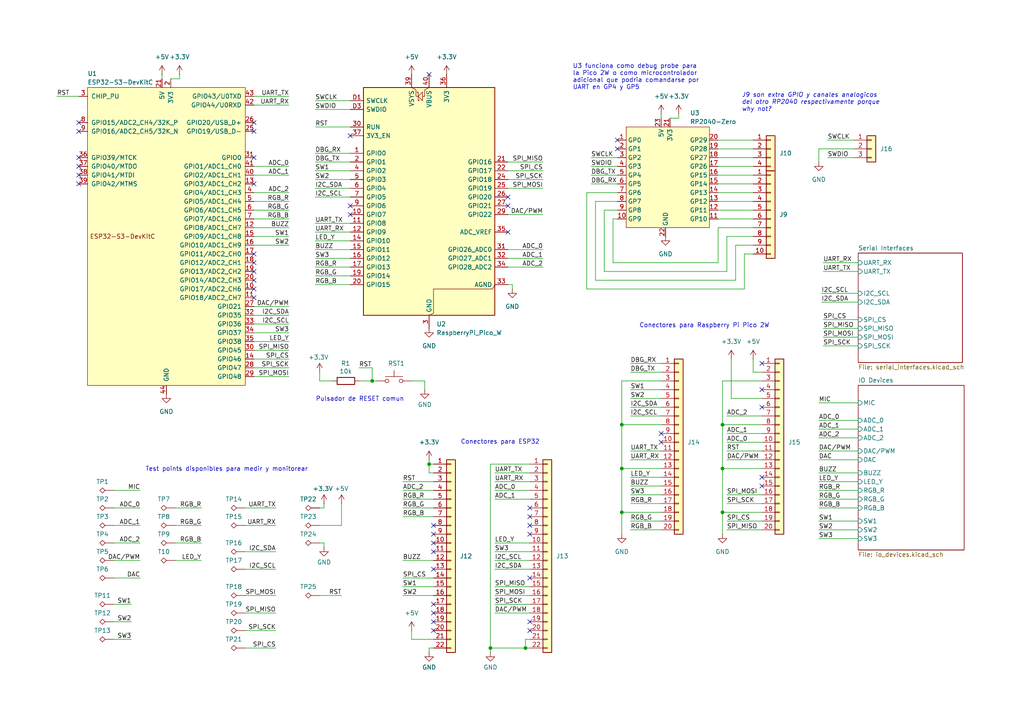
<source format=kicad_sch>
(kicad_sch (version 20250114) (generator "eeschema") (generator_version "9.0")
  (paper "A4")
  (title_block (title "TD2 Dev Kit") (date "2025-07-01") (rev "1") (company "UTN FRA LSE"))
  (text "J9 son extra GPIO y canales analogicos \ndel otro RP2040 respectivamente porque \nwhy not?" (at 215.138 29.718 0) (effects (font (size 1.27 1.27) (italic yes)) (justify left)))
  (text "Conectores para ESP32" (at 133.604 128.27 0) (effects (font (size 1.27 1.27)) (justify left)))
  (text "Test points disponibles para medir y monitorear" (at 42.164 136.144 0) (effects (font (size 1.27 1.27)) (justify left)))
  (text "Conectores para Raspberry Pi Pico 2W" (at 185.42 94.488 0) (effects (font (size 1.27 1.27)) (justify left)))
  (text "U3 funciona como debug probe para\nla Pico 2W o como microcontrolador\nadicional que podria comandarse por\nUART en GP4 y GP5" (at 166.116 22.352 0) (effects (font (size 1.27 1.27)) (justify left)))
  (text "Pulsador de RESET comun" (at 104.394 115.824 0) (effects (font (size 1.27 1.27))))
  (junction (at 180.34 123.19))
  (junction (at 180.34 148.59))
  (junction (at 209.55 123.19))
  (junction (at 107.95 110.49))
  (junction (at 142.24 187.96))
  (junction (at 209.55 148.59))
  (junction (at 180.34 135.89))
  (junction (at 209.55 135.89))
  (junction (at 124.46 134.62))
  (junction (at 152.4 187.96))
  (no_connect (at 124.46 21.59))
  (no_connect (at 101.6 59.69))
  (no_connect (at 125.73 175.26))
  (no_connect (at 125.73 154.94))
  (no_connect (at 179.07 43.18))
  (no_connect (at 73.66 83.82))
  (no_connect (at 191.77 128.27))
  (no_connect (at 73.66 35.56))
  (no_connect (at 101.6 39.37))
  (no_connect (at 125.73 157.48))
  (no_connect (at 220.98 140.97))
  (no_connect (at 73.66 86.36))
  (no_connect (at 153.67 154.94))
  (no_connect (at 147.32 59.69))
  (no_connect (at 22.86 38.1))
  (no_connect (at 73.66 78.74))
  (no_connect (at 22.86 50.8))
  (no_connect (at 220.98 118.11))
  (no_connect (at 125.73 165.1))
  (no_connect (at 73.66 73.66))
  (no_connect (at 73.66 81.28))
  (no_connect (at 101.6 62.23))
  (no_connect (at 220.98 105.41))
  (no_connect (at 125.73 160.02))
  (no_connect (at 191.77 125.73))
  (no_connect (at 73.66 38.1))
  (no_connect (at 147.32 67.31))
  (no_connect (at 153.67 149.86))
  (no_connect (at 153.67 180.34))
  (no_connect (at 22.86 45.72))
  (no_connect (at 153.67 147.32))
  (no_connect (at 153.67 152.4))
  (no_connect (at 153.67 182.88))
  (no_connect (at 220.98 113.03))
  (no_connect (at 22.86 35.56))
  (no_connect (at 125.73 180.34))
  (no_connect (at 179.07 40.64))
  (no_connect (at 125.73 182.88))
  (no_connect (at 147.32 57.15))
  (no_connect (at 220.98 138.43))
  (no_connect (at 153.67 167.64))
  (no_connect (at 125.73 177.8))
  (no_connect (at 73.66 53.34))
  (no_connect (at 73.66 76.2))
  (no_connect (at 22.86 48.26))
  (no_connect (at 125.73 152.4))
  (no_connect (at 22.86 53.34))
  (no_connect (at 73.66 45.72))
  (wire (pts (xy 182.88 107.95) (xy 191.77 107.95)))
  (wire (pts (xy 238.252 87.63) (xy 248.92 87.63)))
  (wire (pts (xy 147.32 52.07) (xy 157.48 52.07)))
  (wire (pts (xy 147.32 77.47) (xy 157.48 77.47)))
  (wire (pts (xy 147.32 54.61) (xy 157.48 54.61)))
  (wire (pts (xy 142.24 187.96) (xy 152.4 187.96)))
  (wire (pts (xy 209.55 135.89) (xy 209.55 148.59)))
  (wire (pts (xy 147.32 49.53) (xy 157.48 49.53)))
  (wire (pts (xy 73.66 66.04) (xy 83.82 66.04)))
  (wire (pts (xy 177.8 63.5) (xy 179.07 63.5)))
  (wire (pts (xy 143.51 165.1) (xy 153.67 165.1)))
  (wire (pts (xy 91.44 67.31) (xy 101.6 67.31)))
  (wire (pts (xy 71.12 187.96) (xy 80.01 187.96)))
  (wire (pts (xy 180.34 135.89) (xy 180.34 123.19)))
  (wire (pts (xy 71.12 147.32) (xy 80.01 147.32)))
  (wire (pts (xy 208.28 60.96) (xy 218.44 60.96)))
  (wire (pts (xy 170.18 55.88) (xy 179.07 55.88)))
  (wire (pts (xy 104.14 110.49) (xy 107.95 110.49)))
  (wire (pts (xy 175.26 78.74) (xy 210.82 78.74)))
  (wire (pts (xy 33.02 175.26) (xy 38.1 175.26)))
  (wire (pts (xy 143.51 142.24) (xy 153.67 142.24)))
  (wire (pts (xy 208.28 63.5) (xy 218.44 63.5)))
  (wire (pts (xy 237.49 142.24) (xy 248.92 142.24)))
  (wire (pts (xy 210.82 120.65) (xy 220.98 120.65)))
  (wire (pts (xy 237.49 116.84) (xy 248.92 116.84)))
  (wire (pts (xy 212.09 104.14) (xy 212.09 115.57)))
  (wire (pts (xy 180.34 135.89) (xy 191.77 135.89)))
  (wire (pts (xy 210.82 128.27) (xy 220.98 128.27)))
  (wire (pts (xy 124.46 134.62) (xy 125.73 134.62)))
  (wire (pts (xy 208.28 53.34) (xy 218.44 53.34)))
  (wire (pts (xy 171.45 53.34) (xy 179.07 53.34)))
  (wire (pts (xy 182.88 113.03) (xy 191.77 113.03)))
  (wire (pts (xy 116.84 172.72) (xy 125.73 172.72)))
  (wire (pts (xy 124.46 137.16) (xy 125.73 137.16)))
  (wire (pts (xy 116.84 144.78) (xy 125.73 144.78)))
  (wire (pts (xy 73.66 99.06) (xy 83.82 99.06)))
  (wire (pts (xy 119.38 185.42) (xy 125.73 185.42)))
  (wire (pts (xy 52.07 21.59) (xy 52.07 22.86)))
  (wire (pts (xy 210.82 153.67) (xy 220.98 153.67)))
  (wire (pts (xy 116.84 147.32) (xy 125.73 147.32)))
  (wire (pts (xy 104.14 106.68) (xy 107.95 106.68)))
  (wire (pts (xy 92.71 172.72) (xy 99.06 172.72)))
  (wire (pts (xy 143.51 175.26) (xy 153.67 175.26)))
  (wire (pts (xy 218.44 107.95) (xy 220.98 107.95)))
  (wire (pts (xy 148.59 82.55) (xy 147.32 82.55)))
  (wire (pts (xy 71.12 165.1) (xy 80.01 165.1)))
  (wire (pts (xy 91.44 44.45) (xy 101.6 44.45)))
  (wire (pts (xy 91.44 69.85) (xy 101.6 69.85)))
  (wire (pts (xy 33.02 185.42) (xy 38.1 185.42)))
  (wire (pts (xy 215.9 73.66) (xy 215.9 83.82)))
  (wire (pts (xy 124.46 187.96) (xy 125.73 187.96)))
  (wire (pts (xy 182.88 151.13) (xy 191.77 151.13)))
  (wire (pts (xy 73.66 109.22) (xy 83.82 109.22)))
  (wire (pts (xy 152.4 185.42) (xy 153.67 185.42)))
  (wire (pts (xy 93.98 147.32) (xy 92.71 147.32)))
  (wire (pts (xy 238.76 95.25) (xy 248.92 95.25)))
  (wire (pts (xy 73.66 30.48) (xy 83.82 30.48)))
  (wire (pts (xy 210.82 151.13) (xy 220.98 151.13)))
  (wire (pts (xy 208.28 40.64) (xy 218.44 40.64)))
  (wire (pts (xy 210.82 78.74) (xy 210.82 68.58)))
  (wire (pts (xy 143.51 144.78) (xy 153.67 144.78)))
  (wire (pts (xy 170.18 83.82) (xy 170.18 55.88)))
  (wire (pts (xy 180.34 148.59) (xy 191.77 148.59)))
  (wire (pts (xy 175.26 60.96) (xy 175.26 78.74)))
  (wire (pts (xy 237.49 137.16) (xy 248.92 137.16)))
  (wire (pts (xy 46.99 21.59) (xy 46.99 22.86)))
  (wire (pts (xy 240.03 45.72) (xy 247.65 45.72)))
  (wire (pts (xy 92.71 110.49) (xy 96.52 110.49)))
  (wire (pts (xy 238.76 76.2) (xy 248.92 76.2)))
  (wire (pts (xy 182.88 146.05) (xy 191.77 146.05)))
  (wire (pts (xy 208.28 50.8) (xy 218.44 50.8)))
  (wire (pts (xy 33.02 167.64) (xy 40.64 167.64)))
  (wire (pts (xy 91.44 80.01) (xy 101.6 80.01)))
  (wire (pts (xy 209.55 148.59) (xy 220.98 148.59)))
  (wire (pts (xy 240.03 40.64) (xy 247.65 40.64)))
  (wire (pts (xy 237.49 43.18) (xy 247.65 43.18)))
  (wire (pts (xy 208.28 55.88) (xy 218.44 55.88)))
  (wire (pts (xy 208.28 45.72) (xy 218.44 45.72)))
  (wire (pts (xy 238.76 92.71) (xy 248.92 92.71)))
  (wire (pts (xy 152.4 185.42) (xy 152.4 187.96)))
  (wire (pts (xy 209.55 110.49) (xy 209.55 123.19)))
  (wire (pts (xy 179.07 58.42) (xy 172.72 58.42)))
  (wire (pts (xy 91.44 31.75) (xy 101.6 31.75)))
  (wire (pts (xy 182.88 130.81) (xy 191.77 130.81)))
  (wire (pts (xy 16.51 27.94) (xy 22.86 27.94)))
  (wire (pts (xy 143.51 137.16) (xy 153.67 137.16)))
  (wire (pts (xy 210.82 130.81) (xy 220.98 130.81)))
  (wire (pts (xy 182.88 118.11) (xy 191.77 118.11)))
  (wire (pts (xy 73.66 63.5) (xy 83.82 63.5)))
  (wire (pts (xy 71.12 182.88) (xy 80.01 182.88)))
  (wire (pts (xy 238.76 78.74) (xy 248.92 78.74)))
  (wire (pts (xy 99.06 146.05) (xy 99.06 152.4)))
  (wire (pts (xy 182.88 133.35) (xy 191.77 133.35)))
  (wire (pts (xy 182.88 138.43) (xy 191.77 138.43)))
  (wire (pts (xy 209.55 135.89) (xy 220.98 135.89)))
  (wire (pts (xy 182.88 153.67) (xy 191.77 153.67)))
  (wire (pts (xy 50.8 147.32) (xy 58.42 147.32)))
  (wire (pts (xy 237.49 139.7) (xy 248.92 139.7)))
  (wire (pts (xy 73.66 91.44) (xy 83.82 91.44)))
  (wire (pts (xy 73.66 55.88) (xy 83.82 55.88)))
  (wire (pts (xy 182.88 143.51) (xy 191.77 143.51)))
  (wire (pts (xy 33.02 180.34) (xy 38.1 180.34)))
  (wire (pts (xy 212.09 115.57) (xy 220.98 115.57)))
  (wire (pts (xy 99.06 152.4) (xy 92.71 152.4)))
  (wire (pts (xy 91.44 54.61) (xy 101.6 54.61)))
  (wire (pts (xy 73.66 50.8) (xy 83.82 50.8)))
  (wire (pts (xy 237.49 121.92) (xy 248.92 121.92)))
  (wire (pts (xy 182.88 115.57) (xy 191.77 115.57)))
  (wire (pts (xy 210.82 133.35) (xy 220.98 133.35)))
  (wire (pts (xy 91.44 36.83) (xy 101.6 36.83)))
  (wire (pts (xy 143.51 162.56) (xy 153.67 162.56)))
  (wire (pts (xy 73.66 48.26) (xy 83.82 48.26)))
  (wire (pts (xy 172.72 58.42) (xy 172.72 81.28)))
  (wire (pts (xy 237.49 144.78) (xy 248.92 144.78)))
  (wire (pts (xy 208.28 66.04) (xy 208.28 76.2)))
  (wire (pts (xy 237.49 147.32) (xy 248.92 147.32)))
  (wire (pts (xy 124.46 134.62) (xy 124.46 137.16)))
  (wire (pts (xy 73.66 60.96) (xy 83.82 60.96)))
  (wire (pts (xy 196.85 34.29) (xy 194.31 34.29)))
  (wire (pts (xy 119.38 182.88) (xy 119.38 185.42)))
  (wire (pts (xy 73.66 71.12) (xy 83.82 71.12)))
  (wire (pts (xy 143.51 177.8) (xy 153.67 177.8)))
  (wire (pts (xy 143.51 139.7) (xy 153.67 139.7)))
  (wire (pts (xy 213.36 81.28) (xy 213.36 71.12)))
  (wire (pts (xy 171.45 50.8) (xy 179.07 50.8)))
  (wire (pts (xy 107.95 110.49) (xy 109.22 110.49)))
  (wire (pts (xy 196.85 33.02) (xy 196.85 34.29)))
  (wire (pts (xy 73.66 93.98) (xy 83.82 93.98)))
  (wire (pts (xy 179.07 60.96) (xy 175.26 60.96)))
  (wire (pts (xy 52.07 22.86) (xy 49.53 22.86)))
  (wire (pts (xy 33.02 162.56) (xy 40.64 162.56)))
  (wire (pts (xy 71.12 172.72) (xy 80.01 172.72)))
  (wire (pts (xy 73.66 101.6) (xy 83.82 101.6)))
  (wire (pts (xy 91.44 52.07) (xy 101.6 52.07)))
  (wire (pts (xy 93.98 146.05) (xy 93.98 147.32)))
  (wire (pts (xy 91.44 82.55) (xy 101.6 82.55)))
  (wire (pts (xy 180.34 154.94) (xy 180.34 148.59)))
  (wire (pts (xy 208.28 58.42) (xy 218.44 58.42)))
  (wire (pts (xy 237.49 151.13) (xy 248.92 151.13)))
  (wire (pts (xy 147.32 72.39) (xy 157.48 72.39)))
  (wire (pts (xy 182.88 105.41) (xy 191.77 105.41)))
  (wire (pts (xy 218.44 73.66) (xy 215.9 73.66)))
  (wire (pts (xy 33.02 152.4) (xy 40.64 152.4)))
  (wire (pts (xy 71.12 160.02) (xy 80.01 160.02)))
  (wire (pts (xy 91.44 49.53) (xy 101.6 49.53)))
  (wire (pts (xy 123.19 110.49) (xy 119.38 110.49)))
  (wire (pts (xy 143.51 172.72) (xy 153.67 172.72)))
  (wire (pts (xy 91.44 77.47) (xy 101.6 77.47)))
  (wire (pts (xy 116.84 170.18) (xy 125.73 170.18)))
  (wire (pts (xy 180.34 110.49) (xy 180.34 123.19)))
  (wire (pts (xy 180.34 148.59) (xy 180.34 135.89)))
  (wire (pts (xy 91.44 72.39) (xy 101.6 72.39)))
  (wire (pts (xy 71.12 177.8) (xy 80.01 177.8)))
  (wire (pts (xy 91.44 57.15) (xy 101.6 57.15)))
  (wire (pts (xy 116.84 142.24) (xy 125.73 142.24)))
  (wire (pts (xy 91.44 74.93) (xy 101.6 74.93)))
  (wire (pts (xy 50.8 162.56) (xy 58.42 162.56)))
  (wire (pts (xy 209.55 123.19) (xy 220.98 123.19)))
  (wire (pts (xy 148.59 83.82) (xy 148.59 82.55)))
  (wire (pts (xy 208.28 76.2) (xy 177.8 76.2)))
  (wire (pts (xy 147.32 46.99) (xy 157.48 46.99)))
  (wire (pts (xy 177.8 76.2) (xy 177.8 63.5)))
  (wire (pts (xy 215.9 83.82) (xy 170.18 83.82)))
  (wire (pts (xy 210.82 146.05) (xy 220.98 146.05)))
  (wire (pts (xy 210.82 143.51) (xy 220.98 143.51)))
  (wire (pts (xy 237.49 124.46) (xy 248.92 124.46)))
  (wire (pts (xy 147.32 74.93) (xy 157.48 74.93)))
  (wire (pts (xy 171.45 45.72) (xy 179.07 45.72)))
  (wire (pts (xy 213.36 71.12) (xy 218.44 71.12)))
  (wire (pts (xy 124.46 133.35) (xy 124.46 134.62)))
  (wire (pts (xy 220.98 110.49) (xy 209.55 110.49)))
  (wire (pts (xy 116.84 167.64) (xy 125.73 167.64)))
  (wire (pts (xy 237.49 133.35) (xy 248.92 133.35)))
  (wire (pts (xy 237.49 130.81) (xy 248.92 130.81)))
  (wire (pts (xy 92.71 107.95) (xy 92.71 110.49)))
  (wire (pts (xy 73.66 88.9) (xy 83.82 88.9)))
  (wire (pts (xy 91.44 46.99) (xy 101.6 46.99)))
  (wire (pts (xy 116.84 139.7) (xy 125.73 139.7)))
  (wire (pts (xy 73.66 96.52) (xy 83.82 96.52)))
  (wire (pts (xy 237.49 156.21) (xy 248.92 156.21)))
  (wire (pts (xy 143.51 157.48) (xy 153.67 157.48)))
  (wire (pts (xy 143.51 170.18) (xy 153.67 170.18)))
  (wire (pts (xy 210.82 125.73) (xy 220.98 125.73)))
  (wire (pts (xy 123.19 113.03) (xy 123.19 110.49)))
  (wire (pts (xy 91.44 29.21) (xy 101.6 29.21)))
  (wire (pts (xy 147.32 62.23) (xy 157.48 62.23)))
  (wire (pts (xy 180.34 123.19) (xy 191.77 123.19)))
  (wire (pts (xy 209.55 123.19) (xy 209.55 135.89)))
  (wire (pts (xy 107.95 106.68) (xy 107.95 110.49)))
  (wire (pts (xy 116.84 162.56) (xy 125.73 162.56)))
  (wire (pts (xy 33.02 142.24) (xy 40.64 142.24)))
  (wire (pts (xy 171.45 48.26) (xy 179.07 48.26)))
  (wire (pts (xy 180.34 110.49) (xy 191.77 110.49)))
  (wire (pts (xy 182.88 140.97) (xy 191.77 140.97)))
  (wire (pts (xy 91.44 64.77) (xy 101.6 64.77)))
  (wire (pts (xy 237.49 127) (xy 248.92 127)))
  (wire (pts (xy 142.24 189.23) (xy 142.24 187.96)))
  (wire (pts (xy 93.98 158.75) (xy 93.98 157.48)))
  (wire (pts (xy 208.28 48.26) (xy 218.44 48.26)))
  (wire (pts (xy 142.24 134.62) (xy 153.67 134.62)))
  (wire (pts (xy 218.44 66.04) (xy 208.28 66.04)))
  (wire (pts (xy 209.55 154.94) (xy 209.55 148.59)))
  (wire (pts (xy 143.51 160.02) (xy 153.67 160.02)))
  (wire (pts (xy 33.02 157.48) (xy 40.64 157.48)))
  (wire (pts (xy 124.46 189.23) (xy 124.46 187.96)))
  (wire (pts (xy 142.24 134.62) (xy 142.24 187.96)))
  (wire (pts (xy 73.66 106.68) (xy 83.82 106.68)))
  (wire (pts (xy 73.66 27.94) (xy 83.82 27.94)))
  (wire (pts (xy 172.72 81.28) (xy 213.36 81.28)))
  (wire (pts (xy 182.88 120.65) (xy 191.77 120.65)))
  (wire (pts (xy 93.98 157.48) (xy 92.71 157.48)))
  (wire (pts (xy 71.12 152.4) (xy 80.01 152.4)))
  (wire (pts (xy 73.66 58.42) (xy 83.82 58.42)))
  (wire (pts (xy 237.49 153.67) (xy 248.92 153.67)))
  (wire (pts (xy 218.44 104.14) (xy 218.44 107.95)))
  (wire (pts (xy 191.77 33.02) (xy 191.77 34.29)))
  (wire (pts (xy 116.84 149.86) (xy 125.73 149.86)))
  (wire (pts (xy 238.76 97.79) (xy 248.92 97.79)))
  (wire (pts (xy 73.66 104.14) (xy 83.82 104.14)))
  (wire (pts (xy 210.82 68.58) (xy 218.44 68.58)))
  (wire (pts (xy 50.8 152.4) (xy 58.42 152.4)))
  (wire (pts (xy 208.28 43.18) (xy 218.44 43.18)))
  (wire (pts (xy 237.49 46.99) (xy 237.49 43.18)))
  (wire (pts (xy 50.8 157.48) (xy 58.42 157.48)))
  (wire (pts (xy 33.02 147.32) (xy 40.64 147.32)))
  (wire (pts (xy 152.4 187.96) (xy 153.67 187.96)))
  (wire (pts (xy 238.252 85.09) (xy 248.92 85.09)))
  (wire (pts (xy 73.66 68.58) (xy 83.82 68.58)))
  (wire (pts (xy 238.76 100.33) (xy 248.92 100.33)))
  (label "DAC" (at 237.49 133.35 0))
  (label "RGB_B" (at 237.49 147.32 0))
  (label "LED_Y" (at 143.51 157.48 0))
  (label "ADC_0" (at 143.51 142.24 0))
  (label "SW1" (at 182.88 113.03 0))
  (label "RGB_B" (at 83.82 63.5 180))
  (label "UART_TX" (at 83.82 27.94 180))
  (label "I2C_SCL" (at 143.51 162.56 0))
  (label "ADC_0" (at 210.82 128.27 0))
  (label "RGB_R" (at 116.84 144.78 0))
  (label "RGB_B" (at 91.44 82.55 0))
  (label "RGB_G" (at 83.82 60.96 180))
  (label "DAC{slash}PWM" (at 210.82 133.35 0))
  (label "ADC_2" (at 116.84 142.24 0))
  (label "SPI_SCK" (at 157.48 52.07 180))
  (label "LED_Y" (at 182.88 138.43 0))
  (label "SPI_MOSI" (at 157.48 54.61 180))
  (label "RGB_G" (at 58.42 152.4 180))
  (label "I2C_SDA" (at 182.88 118.11 0))
  (label "UART_TX" (at 182.88 130.81 0))
  (label "ADC_2" (at 237.49 127 0))
  (label "SPI_SCK" (at 143.51 175.26 0))
  (label "ADC_0" (at 237.49 121.92 0))
  (label "UART_RX" (at 143.51 139.7 0))
  (label "ADC_0" (at 157.48 72.39 180))
  (label "I2C_SDA" (at 143.51 165.1 0))
  (label "UART_TX" (at 143.51 137.16 0))
  (label "BUZZ" (at 83.82 66.04 180))
  (label "DAC" (at 40.64 167.64 180))
  (label "BUZZ" (at 237.49 137.16 0))
  (label "LED_Y" (at 83.82 99.06 180))
  (label "RST" (at 210.82 130.81 0))
  (label "SWCLK" (at 91.44 29.21 0))
  (label "UART_RX" (at 238.76 76.2 0))
  (label "SW3" (at 143.51 160.02 0))
  (label "SW3" (at 182.88 143.51 0))
  (label "SPI_CS" (at 116.84 167.64 0))
  (label "SW1" (at 237.49 151.13 0))
  (label "DAC{slash}PWM" (at 83.82 88.9 180))
  (label "LED_Y" (at 237.49 139.7 0))
  (label "ADC_1" (at 83.82 50.8 180))
  (label "SPI_MOSI" (at 83.82 109.22 180))
  (label "SPI_MISO" (at 157.48 46.99 180))
  (label "SPI_SCK" (at 210.82 146.05 0))
  (label "I2C_SDA" (at 91.44 54.61 0))
  (label "UART_RX" (at 91.44 67.31 0))
  (label "RGB_B" (at 58.42 157.48 180))
  (label "SW2" (at 182.88 115.57 0))
  (label "SPI_MOSI" (at 80.01 172.72 180))
  (label "DBG_RX" (at 182.88 105.41 0))
  (label "LED_Y" (at 58.42 162.56 180))
  (label "SPI_SCK" (at 80.01 182.88 180))
  (label "I2C_SDA" (at 80.01 160.02 180))
  (label "SPI_CS" (at 83.82 104.14 180))
  (label "ADC_2" (at 83.82 55.88 180))
  (label "ADC_0" (at 40.64 147.32 180))
  (label "SPI_CS" (at 80.01 187.96 180))
  (label "I2C_SDA" (at 83.82 91.44 180))
  (label "SPI_SCK" (at 238.76 100.33 0))
  (label "UART_TX" (at 91.44 64.77 0))
  (label "I2C_SDA" (at 238.252 87.63 0))
  (label "ADC_0" (at 83.82 48.26 180))
  (label "SWDIO" (at 240.03 45.72 0))
  (label "RGB_B" (at 182.88 153.67 0))
  (label "SPI_SCK" (at 83.82 106.68 180))
  (label "SWCLK" (at 171.45 45.72 0))
  (label "RST" (at 104.14 106.68 0))
  (label "ADC_2" (at 210.82 120.65 0))
  (label "SWDIO" (at 91.44 31.75 0))
  (label "RGB_G" (at 91.44 80.01 0))
  (label "RGB_R" (at 83.82 58.42 180))
  (label "LED_Y" (at 91.44 69.85 0))
  (label "ADC_1" (at 40.64 152.4 180))
  (label "SWCLK" (at 240.03 40.64 0))
  (label "I2C_SCL" (at 182.88 120.65 0))
  (label "SW2" (at 38.1 180.34 180))
  (label "RGB_G" (at 237.49 144.78 0))
  (label "ADC_2" (at 157.48 77.47 180))
  (label "ADC_1" (at 143.51 144.78 0))
  (label "SPI_MISO" (at 238.76 95.25 0))
  (label "SPI_MISO" (at 210.82 153.67 0))
  (label "SPI_CS" (at 157.48 49.53 180))
  (label "UART_RX" (at 80.01 152.4 180))
  (label "SW3" (at 83.82 96.52 180))
  (label "BUZZ" (at 182.88 140.97 0))
  (label "RGB_B" (at 116.84 149.86 0))
  (label "MIC" (at 40.64 142.24 180))
  (label "UART_RX" (at 83.82 30.48 180))
  (label "RST" (at 16.51 27.94 0))
  (label "ADC_2" (at 40.64 157.48 180))
  (label "SPI_MISO" (at 80.01 177.8 180))
  (label "I2C_SCL" (at 80.01 165.1 180))
  (label "SPI_MISO" (at 143.51 170.18 0))
  (label "DBG_RX" (at 91.44 44.45 0))
  (label "RST" (at 91.44 36.83 0))
  (label "ADC_1" (at 237.49 124.46 0))
  (label "UART_TX" (at 238.76 78.74 0))
  (label "BUZZ" (at 91.44 72.39 0))
  (label "SW3" (at 38.1 185.42 180))
  (label "MIC" (at 237.49 116.84 0))
  (label "BUZZ" (at 116.84 162.56 0))
  (label "RGB_R" (at 237.49 142.24 0))
  (label "SPI_MISO" (at 83.82 101.6 180))
  (label "ADC_1" (at 210.82 125.73 0))
  (label "UART_RX" (at 182.88 133.35 0))
  (label "SW1" (at 83.82 68.58 180))
  (label "SW1" (at 91.44 49.53 0))
  (label "RGB_R" (at 58.42 147.32 180))
  (label "SW1" (at 116.84 170.18 0))
  (label "RST" (at 116.84 139.7 0))
  (label "I2C_SCL" (at 83.82 93.98 180))
  (label "RGB_R" (at 91.44 77.47 0))
  (label "DAC{slash}PWM" (at 237.49 130.81 0))
  (label "UART_TX" (at 80.01 147.32 180))
  (label "SW2" (at 83.82 71.12 180))
  (label "SPI_MOSI" (at 238.76 97.79 0))
  (label "SW2" (at 91.44 52.07 0))
  (label "SPI_CS" (at 238.76 92.71 0))
  (label "DBG_TX" (at 91.44 46.99 0))
  (label "RST" (at 99.06 172.72 180))
  (label "I2C_SCL" (at 238.252 85.09 0))
  (label "SW3" (at 237.49 156.21 0))
  (label "RGB_G" (at 116.84 147.32 0))
  (label "DBG_TX" (at 171.45 50.8 0))
  (label "DAC{slash}PWM" (at 143.51 177.8 0))
  (label "DAC{slash}PWM" (at 157.48 62.23 180))
  (label "RGB_G" (at 182.88 151.13 0))
  (label "SW1" (at 38.1 175.26 180))
  (label "DAC{slash}PWM" (at 40.64 162.56 180))
  (label "SPI_MOSI" (at 210.82 143.51 0))
  (label "SW2" (at 116.84 172.72 0))
  (label "DBG_RX" (at 171.45 53.34 0))
  (label "SW3" (at 91.44 74.93 0))
  (label "SW2" (at 237.49 153.67 0))
  (label "ADC_1" (at 157.48 74.93 180))
  (label "SPI_MOSI" (at 143.51 172.72 0))
  (label "DBG_TX" (at 182.88 107.95 0))
  (label "SPI_CS" (at 210.82 151.13 0))
  (label "RGB_R" (at 182.88 146.05 0))
  (label "I2C_SCL" (at 91.44 57.15 0))
  (label "SWDIO" (at 171.45 48.26 0))
  (symbol (lib_id "power:GND") (at 148.59 83.82 0) (unit 1)
    (property "Reference" "#PWR05" (effects (hide yes)))
    (property "Value" "GND" (at 148.59 88.9 0))
    (property "Description" "Power symbol creates a global label with name \"GND\" , ground" (effects (hide yes)))
  )
  (symbol (lib_id "Connector:TestPoint_Alt") (at 33.02 167.64 90) (unit 1)
    (property "Reference" "TP6" (at 29.718 165.1 90))
    (property "Value" "TestPoint_Alt" (effects (hide yes)))
    (property "Footprint" "Connector_PinHeader_2.54mm:PinHeader_1x01_P2.54mm_Vertical" (effects (hide yes)))
    (property "Description" "test point (alternative shape)" (effects (hide yes)))
  )
  (symbol (lib_id "Connector:TestPoint_Alt") (at 71.12 187.96 90) (unit 1)
    (property "Reference" "TP21" (at 67.818 185.42 90))
    (property "Value" "TestPoint_Alt" (effects (hide yes)))
    (property "Footprint" "Connector_PinHeader_2.54mm:PinHeader_1x01_P2.54mm_Vertical" (effects (hide yes)))
    (property "Description" "test point (alternative shape)" (effects (hide yes)))
  )
  (symbol (lib_id "Connector:TestPoint_Alt") (at 71.12 177.8 90) (unit 1)
    (property "Reference" "TP19" (at 67.818 175.26 90))
    (property "Value" "TestPoint_Alt" (effects (hide yes)))
    (property "Footprint" "Connector_PinHeader_2.54mm:PinHeader_1x01_P2.54mm_Vertical" (effects (hide yes)))
    (property "Description" "test point (alternative shape)" (effects (hide yes)))
  )
  (symbol (lib_id "Connector_Generic:Conn_01x20") (at 196.85 128.27 0) (unit 1)
    (property "Reference" "J14" (at 199.39 128.2699 0) (effects (justify left)))
    (property "Value" "Conn_01x20" (effects (hide yes)))
    (property "Footprint" "Connector_PinSocket_2.54mm:PinSocket_1x20_P2.54mm_Vertical" (effects (hide yes)))
    (property "Description" "Generic connector, single row, 01x20, script generated (kicad-library-utils/schlib/autogen/connector/)" (effects (hide yes)))
  )
  (symbol (lib_id "power:+5V") (at 119.38 182.88 0) (mirror y) (unit 1)
    (property "Reference" "#PWR068" (effects (hide yes)))
    (property "Value" "+5V" (at 119.38 177.8 0))
    (property "Description" "Power symbol creates a global label with name \"+5V\"" (effects (hide yes)))
  )
  (symbol (lib_id "power:+3.3V") (at 196.85 33.02 0) (unit 1)
    (property "Reference" "#PWR048" (effects (hide yes)))
    (property "Value" "+3.3V" (at 196.85 27.94 0))
    (property "Description" "Power symbol creates a global label with name \"+3.3V\"" (effects (hide yes)))
  )
  (symbol (lib_id "Connector:TestPoint_Alt") (at 71.12 182.88 90) (unit 1)
    (property "Reference" "TP20" (at 67.818 180.34 90))
    (property "Value" "TestPoint_Alt" (effects (hide yes)))
    (property "Footprint" "Connector_PinHeader_2.54mm:PinHeader_1x01_P2.54mm_Vertical" (effects (hide yes)))
    (property "Description" "test point (alternative shape)" (effects (hide yes)))
  )
  (symbol (lib_id "Connector:TestPoint_Alt") (at 92.71 172.72 90) (unit 1)
    (property "Reference" "TP25" (at 89.408 170.18 90))
    (property "Value" "TestPoint_Alt" (effects (hide yes)))
    (property "Footprint" "Connector_PinHeader_2.54mm:PinHeader_1x01_P2.54mm_Vertical" (effects (hide yes)))
    (property "Description" "test point (alternative shape)" (effects (hide yes)))
  )
  (symbol (lib_id "power:+3.3V") (at 92.71 107.95 0) (unit 1)
    (property "Reference" "#PWR07" (effects (hide yes)))
    (property "Value" "+3.3V" (at 89.408 103.632 0) (effects (justify left)))
    (property "Description" "Power symbol creates a global label with name \"+3.3V\"" (effects (hide yes)))
  )
  (symbol (lib_id "Connector:TestPoint_Alt") (at 33.02 180.34 90) (unit 1)
    (property "Reference" "TP12" (at 29.718 177.8 90))
    (property "Value" "TestPoint_Alt" (effects (hide yes)))
    (property "Footprint" "Connector_PinHeader_2.54mm:PinHeader_1x01_P2.54mm_Vertical" (effects (hide yes)))
    (property "Description" "test point (alternative shape)" (effects (hide yes)))
  )
  (symbol (lib_id "Connector:TestPoint_Alt") (at 50.8 157.48 90) (unit 1)
    (property "Reference" "TP9" (at 47.498 154.94 90))
    (property "Value" "TestPoint_Alt" (effects (hide yes)))
    (property "Footprint" "Connector_PinHeader_2.54mm:PinHeader_1x01_P2.54mm_Vertical" (effects (hide yes)))
    (property "Description" "test point (alternative shape)" (effects (hide yes)))
  )
  (symbol (lib_id "Connector_Generic:Conn_01x20") (at 226.06 128.27 0) (unit 1)
    (property "Reference" "J15" (at 228.6 128.2699 0) (effects (justify left)))
    (property "Value" "Conn_01x20" (effects (hide yes)))
    (property "Footprint" "Connector_PinSocket_2.54mm:PinSocket_1x20_P2.54mm_Vertical" (effects (hide yes)))
    (property "Description" "Generic connector, single row, 01x20, script generated (kicad-library-utils/schlib/autogen/connector/)" (effects (hide yes)))
  )
  (symbol (lib_id "power:GND") (at 209.55 154.94 0) (unit 1)
    (property "Reference" "#PWR064" (effects (hide yes)))
    (property "Value" "GND" (at 209.55 160.02 0))
    (property "Description" "Power symbol creates a global label with name \"GND\" , ground" (effects (hide yes)))
  )
  (symbol (lib_id "power:+5V") (at 46.99 21.59 0) (unit 1)
    (property "Reference" "#PWR030" (effects (hide yes)))
    (property "Value" "+5V" (at 46.99 16.51 0))
    (property "Description" "Power symbol creates a global label with name \"+5V\"" (effects (hide yes)))
  )
  (symbol (lib_id "Connector:TestPoint_Alt") (at 33.02 142.24 90) (unit 1)
    (property "Reference" "TP1" (at 29.718 139.7 90))
    (property "Value" "TestPoint_Alt" (effects (hide yes)))
    (property "Footprint" "Connector_PinHeader_2.54mm:PinHeader_1x01_P2.54mm_Vertical" (effects (hide yes)))
    (property "Description" "test point (alternative shape)" (effects (hide yes)))
  )
  (symbol (lib_id "power:+3.3V") (at 93.98 146.05 0) (unit 1)
    (property "Reference" "#PWR060" (effects (hide yes)))
    (property "Value" "+3.3V" (at 90.678 141.732 0) (effects (justify left)))
    (property "Description" "Power symbol creates a global label with name \"+3.3V\"" (effects (hide yes)))
  )
  (symbol (lib_id "Connector:TestPoint_Alt") (at 33.02 162.56 90) (unit 1)
    (property "Reference" "TP5" (at 29.718 160.02 90))
    (property "Value" "TestPoint_Alt" (effects (hide yes)))
    (property "Footprint" "Connector_PinHeader_2.54mm:PinHeader_1x01_P2.54mm_Vertical" (effects (hide yes)))
    (property "Description" "test point (alternative shape)" (effects (hide yes)))
  )
  (symbol (lib_id "Connector:TestPoint_Alt") (at 92.71 157.48 90) (unit 1)
    (property "Reference" "TP24" (at 89.408 154.94 90))
    (property "Value" "TestPoint_Alt" (effects (hide yes)))
    (property "Footprint" "Connector_PinHeader_2.54mm:PinHeader_1x01_P2.54mm_Vertical" (effects (hide yes)))
    (property "Description" "test point (alternative shape)" (effects (hide yes)))
  )
  (symbol (lib_id "Device:R") (at 100.33 110.49 90) (unit 1)
    (property "Reference" "R1" (at 101.6 105.41 90) (effects (justify left)))
    (property "Value" "10k" (at 102.108 107.696 90) (effects (justify left)))
    (property "Footprint" "Resistor_SMD:R_0805_2012Metric_Pad1.20x1.40mm_HandSolder" (effects (hide yes)))
    (property "Description" "Resistor" (effects (hide yes)))
  )
  (symbol (lib_id "Connector:TestPoint_Alt") (at 92.71 147.32 90) (unit 1)
    (property "Reference" "TP22" (at 89.408 144.78 90))
    (property "Value" "TestPoint_Alt" (effects (hide yes)))
    (property "Footprint" "Connector_PinHeader_2.54mm:PinHeader_1x01_P2.54mm_Vertical" (effects (hide yes)))
    (property "Description" "test point (alternative shape)" (effects (hide yes)))
  )
  (symbol (lib_id "power:GND") (at 93.98 158.75 0) (unit 1)
    (property "Reference" "#PWR059" (effects (hide yes)))
    (property "Value" "GND" (at 91.948 163.068 0) (effects (justify left)))
    (property "Description" "Power symbol creates a global label with name \"GND\" , ground" (effects (hide yes)))
  )
  (symbol (lib_id "power:GND") (at 48.26 114.3 0) (unit 1)
    (property "Reference" "#PWR03" (effects (hide yes)))
    (property "Value" "GND" (at 48.26 119.38 0))
    (property "Description" "Power symbol creates a global label with name \"GND\" , ground" (effects (hide yes)))
  )
  (symbol (lib_id "power:GND") (at 180.34 154.94 0) (unit 1)
    (property "Reference" "#PWR066" (effects (hide yes)))
    (property "Value" "GND" (at 180.34 160.02 0))
    (property "Description" "Power symbol creates a global label with name \"GND\" , ground" (effects (hide yes)))
  )
  (symbol (lib_id "power:GND") (at 237.49 46.99 0) (unit 1)
    (property "Reference" "#PWR071" (effects (hide yes)))
    (property "Value" "GND" (at 237.49 52.07 0))
    (property "Description" "Power symbol creates a global label with name \"GND\" , ground" (effects (hide yes)))
  )
  (symbol (lib_id "Connector:TestPoint_Alt") (at 71.12 152.4 90) (unit 1)
    (property "Reference" "TP15" (at 67.818 149.86 90))
    (property "Value" "TestPoint_Alt" (effects (hide yes)))
    (property "Footprint" "Connector_PinHeader_2.54mm:PinHeader_1x01_P2.54mm_Vertical" (effects (hide yes)))
    (property "Description" "test point (alternative shape)" (effects (hide yes)))
  )
  (symbol (lib_id "Connector:TestPoint_Alt") (at 50.8 162.56 90) (unit 1)
    (property "Reference" "T10" (at 47.498 160.02 90))
    (property "Value" "TestPoint_Alt" (effects (hide yes)))
    (property "Footprint" "Connector_PinHeader_2.54mm:PinHeader_1x01_P2.54mm_Vertical" (effects (hide yes)))
    (property "Description" "test point (alternative shape)" (effects (hide yes)))
  )
  (symbol (lib_id "Switch:SW_Push") (at 114.3 110.49 0) (mirror y) (unit 1)
    (property "Reference" "RST1" (at 112.522 105.41 0) (effects (justify right)))
    (property "Value" "RST" (effects (hide yes)))
    (property "Footprint" "Button_Switch_SMD:SW_Push_1P1T_NO_Vertical_Wuerth_434133025816" (effects (hide yes)))
    (property "Description" "Push button switch, generic, two pins" (effects (hide yes)))
  )
  (symbol (lib_id "Connector:TestPoint_Alt") (at 33.02 147.32 90) (unit 1)
    (property "Reference" "TP2" (at 29.718 144.78 90))
    (property "Value" "TestPoint_Alt" (effects (hide yes)))
    (property "Footprint" "Connector_PinHeader_2.54mm:PinHeader_1x01_P2.54mm_Vertical" (effects (hide yes)))
    (property "Description" "test point (alternative shape)" (effects (hide yes)))
  )
  (symbol (lib_id "Connector:TestPoint_Alt") (at 33.02 157.48 90) (unit 1)
    (property "Reference" "TP4" (at 29.718 154.94 90))
    (property "Value" "TestPoint_Alt" (effects (hide yes)))
    (property "Footprint" "Connector_PinHeader_2.54mm:PinHeader_1x01_P2.54mm_Vertical" (effects (hide yes)))
    (property "Description" "test point (alternative shape)" (effects (hide yes)))
  )
  (symbol (lib_id "Connector_Generic:Conn_01x10") (at 223.52 60.96 0) (unit 1)
    (property "Reference" "J9" (at 226.06 62.2299 0) (effects (justify left)))
    (property "Value" "Conn_01x10" (effects (hide yes)))
    (property "Footprint" "Connector_PinHeader_2.54mm:PinHeader_1x10_P2.54mm_Vertical" (effects (hide yes)))
    (property "Description" "Generic connector, single row, 01x10, script generated (kicad-library-utils/schlib/autogen/connector/)" (effects (hide yes)))
  )
  (symbol (lib_id "Connector:TestPoint_Alt") (at 50.8 152.4 90) (unit 1)
    (property "Reference" "TP8" (at 47.498 149.86 90))
    (property "Value" "TestPoint_Alt" (effects (hide yes)))
    (property "Footprint" "Connector_PinHeader_2.54mm:PinHeader_1x01_P2.54mm_Vertical" (effects (hide yes)))
    (property "Description" "test point (alternative shape)" (effects (hide yes)))
  )
  (symbol (lib_id "power:+5V") (at 191.77 33.02 0) (unit 1)
    (property "Reference" "#PWR047" (effects (hide yes)))
    (property "Value" "+5V" (at 191.77 27.94 0))
    (property "Description" "Power symbol creates a global label with name \"+5V\"" (effects (hide yes)))
  )
  (symbol (lib_id "Connector_Generic:Conn_01x22") (at 130.81 160.02 0) (unit 1)
    (property "Reference" "J12" (at 133.35 161.29 0) (effects (justify left)))
    (property "Value" "Conn_01x22" (effects (hide yes)))
    (property "Footprint" "Connector_PinSocket_2.54mm:PinSocket_1x22_P2.54mm_Vertical" (effects (hide yes)))
    (property "Description" "Generic connector, single row, 01x22, script generated (kicad-library-utils/schlib/autogen/connector/)" (effects (hide yes)))
  )
  (symbol (lib_id "MCU_Module:RaspberryPi_Pico_W_Debug") (at 124.46 59.69 0) (unit 1)
    (property "Reference" "U2" (at 126.6033 93.98 0) (effects (justify left)))
    (property "Value" "RaspberryPi_Pico_W" (at 126.6033 96.52 0) (effects (justify left)))
    (property "Footprint" "Module:RaspberryPi_Pico_Common_THT" (effects (hide yes)))
    (property "Datasheet" "https://datasheets.raspberrypi.com/picow/pico-w-datasheet.pdf" (effects (hide yes)))
    (property "Description" "Versatile and inexpensive wireless microcontroller module (with debug pins) powered by RP2040 dual-core Arm Cortex-M0+ processor up to 133 MHz, 264kB SRAM, 2MB QSPI flash, Infineon CYW43439 2.4GHz 802.11n wireless LAN; also supports Raspberry Pi Pico 2 W" (effects (hide yes)))
  )
  (symbol (lib_id "Connector:TestPoint_Alt") (at 33.02 175.26 90) (unit 1)
    (property "Reference" "TP11" (at 29.718 172.72 90))
    (property "Value" "TestPoint_Alt" (effects (hide yes)))
    (property "Footprint" "Connector_PinHeader_2.54mm:PinHeader_1x01_P2.54mm_Vertical" (effects (hide yes)))
    (property "Description" "test point (alternative shape)" (effects (hide yes)))
  )
  (symbol (lib_id "Connector_Generic:Conn_01x03") (at 252.73 43.18 0) (unit 1)
    (property "Reference" "J16" (at 255.27 43.1799 0) (effects (justify left)))
    (property "Value" "Conn_01x03" (effects (hide yes)))
    (property "Footprint" "Connector_PinSocket_2.54mm:PinSocket_1x03_P2.54mm_Vertical" (effects (hide yes)))
    (property "Description" "Generic connector, single row, 01x03, script generated (kicad-library-utils/schlib/autogen/connector/)" (effects (hide yes)))
  )
  (symbol (lib_id "Connector_Generic:Conn_01x22") (at 158.75 160.02 0) (unit 1)
    (property "Reference" "J13" (at 161.29 161.2899 0) (effects (justify left)))
    (property "Value" "Conn_01x22" (effects (hide yes)))
    (property "Footprint" "Connector_PinSocket_2.54mm:PinSocket_1x22_P2.54mm_Vertical" (effects (hide yes)))
    (property "Description" "Generic connector, single row, 01x22, script generated (kicad-library-utils/schlib/autogen/connector/)" (effects (hide yes)))
  )
  (symbol (lib_id "power:GND") (at 142.24 189.23 0) (unit 1)
    (property "Reference" "#PWR070" (effects (hide yes)))
    (property "Value" "GND" (at 140.208 193.548 0) (effects (justify left)))
    (property "Description" "Power symbol creates a global label with name \"GND\" , ground" (effects (hide yes)))
  )
  (symbol (lib_id "power:+3.3V") (at 124.46 133.35 0) (unit 1)
    (property "Reference" "#PWR067" (effects (hide yes)))
    (property "Value" "+3.3V" (at 124.46 128.27 0))
    (property "Description" "Power symbol creates a global label with name \"+3.3V\"" (effects (hide yes)))
  )
  (symbol (lib_id "power:+3.3V") (at 52.07 21.59 0) (unit 1)
    (property "Reference" "#PWR01" (effects (hide yes)))
    (property "Value" "+3.3V" (at 52.07 16.51 0))
    (property "Description" "Power symbol creates a global label with name \"+3.3V\"" (effects (hide yes)))
  )
  (symbol (lib_id "power:+5V") (at 99.06 146.05 0) (unit 1)
    (property "Reference" "#PWR061" (effects (hide yes)))
    (property "Value" "+5V" (at 99.06 141.732 0))
    (property "Description" "Power symbol creates a global label with name \"+5V\"" (effects (hide yes)))
  )
  (symbol (lib_id "Connector:TestPoint_Alt") (at 50.8 147.32 90) (unit 1)
    (property "Reference" "TP7" (at 47.498 144.78 90))
    (property "Value" "TestPoint_Alt" (effects (hide yes)))
    (property "Footprint" "Connector_PinHeader_2.54mm:PinHeader_1x01_P2.54mm_Vertical" (effects (hide yes)))
    (property "Description" "test point (alternative shape)" (effects (hide yes)))
  )
  (symbol (lib_id "Connector:TestPoint_Alt") (at 71.12 147.32 90) (unit 1)
    (property "Reference" "TP14" (at 67.818 144.78 90))
    (property "Value" "TestPoint_Alt" (effects (hide yes)))
    (property "Footprint" "Connector_PinHeader_2.54mm:PinHeader_1x01_P2.54mm_Vertical" (effects (hide yes)))
    (property "Description" "test point (alternative shape)" (effects (hide yes)))
  )
  (symbol (lib_id "Connector:TestPoint_Alt") (at 92.71 152.4 90) (unit 1)
    (property "Reference" "TP23" (at 89.408 149.86 90))
    (property "Value" "TestPoint_Alt" (effects (hide yes)))
    (property "Footprint" "Connector_PinHeader_2.54mm:PinHeader_1x01_P2.54mm_Vertical" (effects (hide yes)))
    (property "Description" "test point (alternative shape)" (effects (hide yes)))
  )
  (symbol (lib_id "PCM_Espressif:ESP32-S3-DevKitC") (at 48.26 68.58 0) (unit 1)
    (property "Reference" "U1" (at 25.4 21.336 0) (effects (justify left)))
    (property "Value" "ESP32-S3-DevKitC" (at 25.4 23.876 0) (effects (justify left)))
    (property "Footprint" "PCM_Espressif:ESP32-S3-DevKitC" (effects (hide yes)))
    (property "Description" "ESP32-S3-DevKitC" (effects (hide yes)))
  )
  (symbol (lib_id "Connector_Generic:Conn_01x04") (at 223.52 43.18 0) (unit 1)
    (property "Reference" "J10" (at 226.06 44.4499 0) (effects (justify left)))
    (property "Value" "Conn_01x04" (effects (hide yes)))
    (property "Footprint" "Connector_PinHeader_2.54mm:PinHeader_1x04_P2.54mm_Vertical" (effects (hide yes)))
    (property "Description" "Generic connector, single row, 01x04, script generated (kicad-library-utils/schlib/autogen/connector/)" (effects (hide yes)))
  )
  (symbol (lib_id "power:+3.3V") (at 212.09 104.14 0) (unit 1)
    (property "Reference" "#PWR065" (effects (hide yes)))
    (property "Value" "+3.3V" (at 212.09 99.06 0))
    (property "Description" "Power symbol creates a global label with name \"+3.3V\"" (effects (hide yes)))
  )
  (symbol (lib_id "power:GND") (at 124.46 95.25 0) (unit 1)
    (property "Reference" "#PWR04" (effects (hide yes)))
    (property "Value" "GND" (at 124.46 100.33 0))
    (property "Description" "Power symbol creates a global label with name \"GND\" , ground" (effects (hide yes)))
  )
  (symbol (lib_id "power:+5V") (at 218.44 104.14 0) (unit 1)
    (property "Reference" "#PWR063" (effects (hide yes)))
    (property "Value" "+5V" (at 218.44 99.06 0))
    (property "Description" "Power symbol creates a global label with name \"+5V\"" (effects (hide yes)))
  )
  (symbol (lib_id "power:+5V") (at 119.38 21.59 0) (unit 1)
    (property "Reference" "#PWR031" (effects (hide yes)))
    (property "Value" "+5V" (at 119.38 16.51 0))
    (property "Description" "Power symbol creates a global label with name \"+5V\"" (effects (hide yes)))
  )
  (symbol (lib_id "power:GND") (at 123.19 113.03 0) (unit 1)
    (property "Reference" "#PWR06" (effects (hide yes)))
    (property "Value" "GND" (at 121.158 117.348 0) (effects (justify left)))
    (property "Description" "Power symbol creates a global label with name \"GND\" , ground" (effects (hide yes)))
  )
  (symbol (lib_id "Connector:TestPoint_Alt") (at 33.02 185.42 90) (unit 1)
    (property "Reference" "TP13" (at 29.718 182.88 90))
    (property "Value" "TestPoint_Alt" (effects (hide yes)))
    (property "Footprint" "Connector_PinHeader_2.54mm:PinHeader_1x01_P2.54mm_Vertical" (effects (hide yes)))
    (property "Description" "test point (alternative shape)" (effects (hide yes)))
  )
  (symbol (lib_id "power:GND") (at 124.46 189.23 0) (unit 1)
    (property "Reference" "#PWR069" (effects (hide yes)))
    (property "Value" "GND" (at 122.428 193.548 0) (effects (justify left)))
    (property "Description" "Power symbol creates a global label with name \"GND\" , ground" (effects (hide yes)))
  )
  (symbol (lib_id "Connector:TestPoint_Alt") (at 71.12 172.72 90) (unit 1)
    (property "Reference" "TP18" (at 67.818 170.18 90))
    (property "Value" "TestPoint_Alt" (effects (hide yes)))
    (property "Footprint" "Connector_PinHeader_2.54mm:PinHeader_1x01_P2.54mm_Vertical" (effects (hide yes)))
    (property "Description" "test point (alternative shape)" (effects (hide yes)))
  )
  (symbol (lib_id "power:GND") (at 193.04 68.58 0) (unit 1)
    (property "Reference" "#PWR049" (effects (hide yes)))
    (property "Value" "GND" (at 193.04 73.66 0))
    (property "Description" "Power symbol creates a global label with name \"GND\" , ground" (effects (hide yes)))
  )
  (symbol (lib_id "Connector:TestPoint_Alt") (at 71.12 165.1 90) (unit 1)
    (property "Reference" "TP17" (at 67.818 162.56 90))
    (property "Value" "TestPoint_Alt" (effects (hide yes)))
    (property "Footprint" "Connector_PinHeader_2.54mm:PinHeader_1x01_P2.54mm_Vertical" (effects (hide yes)))
    (property "Description" "test point (alternative shape)" (effects (hide yes)))
  )
  (symbol (lib_id "Connector:TestPoint_Alt") (at 71.12 160.02 90) (unit 1)
    (property "Reference" "TP16" (at 67.818 157.48 90))
    (property "Value" "TestPoint_Alt" (effects (hide yes)))
    (property "Footprint" "Connector_PinHeader_2.54mm:PinHeader_1x01_P2.54mm_Vertical" (effects (hide yes)))
    (property "Description" "test point (alternative shape)" (effects (hide yes)))
  )
  (symbol (lib_id "rp2040-zero:RP2040-Zero") (at 193.04 50.8 0) (unit 1)
    (property "Reference" "U3" (at 200.152 32.766 0) (effects (justify left)))
    (property "Value" "RP2040-Zero" (at 200.152 35.306 0) (effects (justify left)))
    (property "Footprint" "rp2040-zero:RP2040-Zero" (effects (hide yes)))
  )
  (symbol (lib_id "power:+3.3V") (at 129.54 21.59 0) (unit 1)
    (property "Reference" "#PWR02" (effects (hide yes)))
    (property "Value" "+3.3V" (at 129.54 16.51 0))
    (property "Description" "Power symbol creates a global label with name \"+3.3V\"" (effects (hide yes)))
  )
  (symbol (lib_id "Connector:TestPoint_Alt") (at 33.02 152.4 90) (unit 1)
    (property "Reference" "TP3" (at 29.718 149.86 90))
    (property "Value" "TestPoint_Alt" (effects (hide yes)))
    (property "Footprint" "Connector_PinHeader_2.54mm:PinHeader_1x01_P2.54mm_Vertical" (effects (hide yes)))
    (property "Description" "test point (alternative shape)" (effects (hide yes)))
  )
  (sheet (at 248.92 73.406) (size 30.226 31.75) (stroke (width 0.1524))
    (property "Sheetname" "Serial Interfaces" (at 248.92 72.6944 0) (effects (justify left bottom)))
    (property "Sheetfile" "serial_interfaces.kicad_sch" (at 248.92 105.7406 0) (effects (justify left top)))
    (pin "I2C_SCL" input (at 248.92 85.09 180))
    (pin "I2C_SDA" input (at 248.92 87.63 180))
    (pin "SPI_CS" input (at 248.92 92.71 180))
    (pin "SPI_MISO" input (at 248.92 95.25 180))
    (pin "SPI_MOSI" input (at 248.92 97.79 180))
    (pin "SPI_SCK" input (at 248.92 100.33 180))
    (pin "UART_RX" input (at 248.92 76.2 180))
    (pin "UART_TX" input (at 248.92 78.74 180))
  )
  (sheet (at 248.92 111.76) (size 30.734 47.752) (stroke (width 0.1524))
    (property "Sheetname" "IO Devices" (at 248.92 111.0484 0) (effects (justify left bottom)))
    (property "Sheetfile" "io_devices.kicad_sch" (at 248.92 160.0966 0) (effects (justify left top)))
    (pin "ADC_0" input (at 248.92 121.92 180))
    (pin "ADC_1" input (at 248.92 124.46 180))
    (pin "ADC_2" input (at 248.92 127 180))
    (pin "BUZZ" input (at 248.92 137.16 180))
    (pin "LED_Y" input (at 248.92 139.7 180))
    (pin "RGB_B" input (at 248.92 147.32 180))
    (pin "RGB_G" input (at 248.92 144.78 180))
    (pin "RGB_R" input (at 248.92 142.24 180))
    (pin "SW1" input (at 248.92 151.13 180))
    (pin "SW2" input (at 248.92 153.67 180))
    (pin "DAC{slash}PWM" input (at 248.92 130.81 180))
    (pin "DAC" input (at 248.92 133.35 180))
    (pin "SW3" input (at 248.92 156.21 180))
    (pin "MIC" input (at 248.92 116.84 180))
  )
)
</source>
